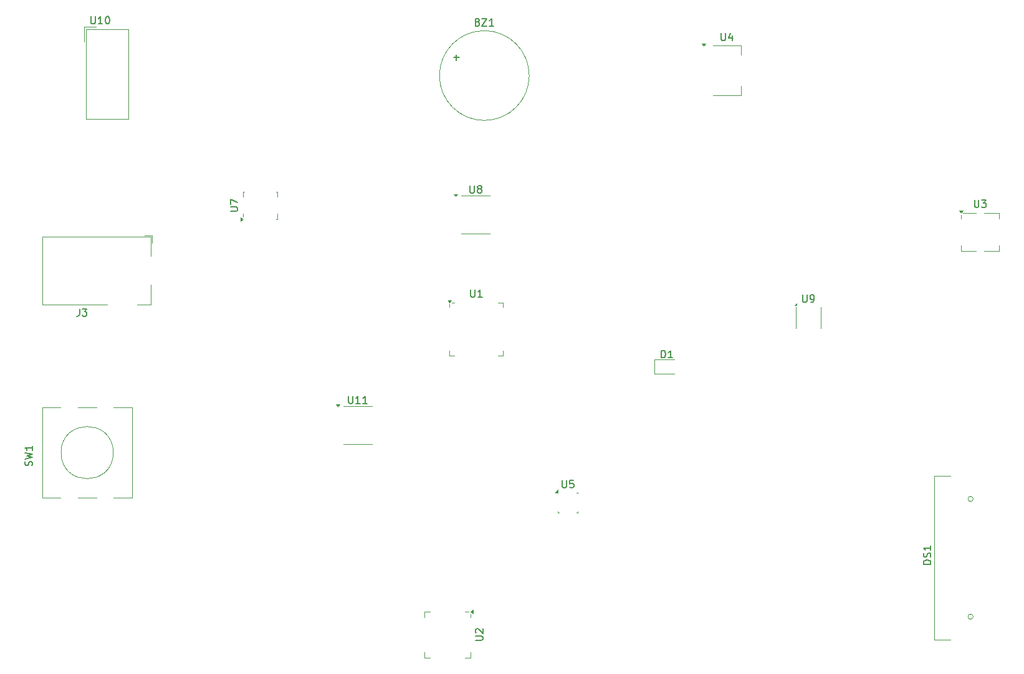
<source format=gbr>
%TF.GenerationSoftware,KiCad,Pcbnew,9.0.0*%
%TF.CreationDate,2025-04-03T13:23:07+05:30*%
%TF.ProjectId,Air Quality Monitor,41697220-5175-4616-9c69-7479204d6f6e,rev?*%
%TF.SameCoordinates,Original*%
%TF.FileFunction,Legend,Top*%
%TF.FilePolarity,Positive*%
%FSLAX46Y46*%
G04 Gerber Fmt 4.6, Leading zero omitted, Abs format (unit mm)*
G04 Created by KiCad (PCBNEW 9.0.0) date 2025-04-03 13:23:07*
%MOMM*%
%LPD*%
G01*
G04 APERTURE LIST*
%ADD10C,0.150000*%
%ADD11C,0.120000*%
%ADD12C,0.100000*%
G04 APERTURE END LIST*
D10*
X138263095Y-78959819D02*
X138263095Y-79769342D01*
X138263095Y-79769342D02*
X138310714Y-79864580D01*
X138310714Y-79864580D02*
X138358333Y-79912200D01*
X138358333Y-79912200D02*
X138453571Y-79959819D01*
X138453571Y-79959819D02*
X138644047Y-79959819D01*
X138644047Y-79959819D02*
X138739285Y-79912200D01*
X138739285Y-79912200D02*
X138786904Y-79864580D01*
X138786904Y-79864580D02*
X138834523Y-79769342D01*
X138834523Y-79769342D02*
X138834523Y-78959819D01*
X139453571Y-79388390D02*
X139358333Y-79340771D01*
X139358333Y-79340771D02*
X139310714Y-79293152D01*
X139310714Y-79293152D02*
X139263095Y-79197914D01*
X139263095Y-79197914D02*
X139263095Y-79150295D01*
X139263095Y-79150295D02*
X139310714Y-79055057D01*
X139310714Y-79055057D02*
X139358333Y-79007438D01*
X139358333Y-79007438D02*
X139453571Y-78959819D01*
X139453571Y-78959819D02*
X139644047Y-78959819D01*
X139644047Y-78959819D02*
X139739285Y-79007438D01*
X139739285Y-79007438D02*
X139786904Y-79055057D01*
X139786904Y-79055057D02*
X139834523Y-79150295D01*
X139834523Y-79150295D02*
X139834523Y-79197914D01*
X139834523Y-79197914D02*
X139786904Y-79293152D01*
X139786904Y-79293152D02*
X139739285Y-79340771D01*
X139739285Y-79340771D02*
X139644047Y-79388390D01*
X139644047Y-79388390D02*
X139453571Y-79388390D01*
X139453571Y-79388390D02*
X139358333Y-79436009D01*
X139358333Y-79436009D02*
X139310714Y-79483628D01*
X139310714Y-79483628D02*
X139263095Y-79578866D01*
X139263095Y-79578866D02*
X139263095Y-79769342D01*
X139263095Y-79769342D02*
X139310714Y-79864580D01*
X139310714Y-79864580D02*
X139358333Y-79912200D01*
X139358333Y-79912200D02*
X139453571Y-79959819D01*
X139453571Y-79959819D02*
X139644047Y-79959819D01*
X139644047Y-79959819D02*
X139739285Y-79912200D01*
X139739285Y-79912200D02*
X139786904Y-79864580D01*
X139786904Y-79864580D02*
X139834523Y-79769342D01*
X139834523Y-79769342D02*
X139834523Y-79578866D01*
X139834523Y-79578866D02*
X139786904Y-79483628D01*
X139786904Y-79483628D02*
X139739285Y-79436009D01*
X139739285Y-79436009D02*
X139644047Y-79388390D01*
X78747200Y-117003332D02*
X78794819Y-116860475D01*
X78794819Y-116860475D02*
X78794819Y-116622380D01*
X78794819Y-116622380D02*
X78747200Y-116527142D01*
X78747200Y-116527142D02*
X78699580Y-116479523D01*
X78699580Y-116479523D02*
X78604342Y-116431904D01*
X78604342Y-116431904D02*
X78509104Y-116431904D01*
X78509104Y-116431904D02*
X78413866Y-116479523D01*
X78413866Y-116479523D02*
X78366247Y-116527142D01*
X78366247Y-116527142D02*
X78318628Y-116622380D01*
X78318628Y-116622380D02*
X78271009Y-116812856D01*
X78271009Y-116812856D02*
X78223390Y-116908094D01*
X78223390Y-116908094D02*
X78175771Y-116955713D01*
X78175771Y-116955713D02*
X78080533Y-117003332D01*
X78080533Y-117003332D02*
X77985295Y-117003332D01*
X77985295Y-117003332D02*
X77890057Y-116955713D01*
X77890057Y-116955713D02*
X77842438Y-116908094D01*
X77842438Y-116908094D02*
X77794819Y-116812856D01*
X77794819Y-116812856D02*
X77794819Y-116574761D01*
X77794819Y-116574761D02*
X77842438Y-116431904D01*
X77794819Y-116098570D02*
X78794819Y-115860475D01*
X78794819Y-115860475D02*
X78080533Y-115669999D01*
X78080533Y-115669999D02*
X78794819Y-115479523D01*
X78794819Y-115479523D02*
X77794819Y-115241428D01*
X78794819Y-114336666D02*
X78794819Y-114908094D01*
X78794819Y-114622380D02*
X77794819Y-114622380D01*
X77794819Y-114622380D02*
X77937676Y-114717618D01*
X77937676Y-114717618D02*
X78032914Y-114812856D01*
X78032914Y-114812856D02*
X78080533Y-114908094D01*
X206788095Y-80924819D02*
X206788095Y-81734342D01*
X206788095Y-81734342D02*
X206835714Y-81829580D01*
X206835714Y-81829580D02*
X206883333Y-81877200D01*
X206883333Y-81877200D02*
X206978571Y-81924819D01*
X206978571Y-81924819D02*
X207169047Y-81924819D01*
X207169047Y-81924819D02*
X207264285Y-81877200D01*
X207264285Y-81877200D02*
X207311904Y-81829580D01*
X207311904Y-81829580D02*
X207359523Y-81734342D01*
X207359523Y-81734342D02*
X207359523Y-80924819D01*
X207740476Y-80924819D02*
X208359523Y-80924819D01*
X208359523Y-80924819D02*
X208026190Y-81305771D01*
X208026190Y-81305771D02*
X208169047Y-81305771D01*
X208169047Y-81305771D02*
X208264285Y-81353390D01*
X208264285Y-81353390D02*
X208311904Y-81401009D01*
X208311904Y-81401009D02*
X208359523Y-81496247D01*
X208359523Y-81496247D02*
X208359523Y-81734342D01*
X208359523Y-81734342D02*
X208311904Y-81829580D01*
X208311904Y-81829580D02*
X208264285Y-81877200D01*
X208264285Y-81877200D02*
X208169047Y-81924819D01*
X208169047Y-81924819D02*
X207883333Y-81924819D01*
X207883333Y-81924819D02*
X207788095Y-81877200D01*
X207788095Y-81877200D02*
X207740476Y-81829580D01*
X105704819Y-82411904D02*
X106514342Y-82411904D01*
X106514342Y-82411904D02*
X106609580Y-82364285D01*
X106609580Y-82364285D02*
X106657200Y-82316666D01*
X106657200Y-82316666D02*
X106704819Y-82221428D01*
X106704819Y-82221428D02*
X106704819Y-82030952D01*
X106704819Y-82030952D02*
X106657200Y-81935714D01*
X106657200Y-81935714D02*
X106609580Y-81888095D01*
X106609580Y-81888095D02*
X106514342Y-81840476D01*
X106514342Y-81840476D02*
X105704819Y-81840476D01*
X105704819Y-81459523D02*
X105704819Y-80792857D01*
X105704819Y-80792857D02*
X106704819Y-81221428D01*
X150778095Y-119014819D02*
X150778095Y-119824342D01*
X150778095Y-119824342D02*
X150825714Y-119919580D01*
X150825714Y-119919580D02*
X150873333Y-119967200D01*
X150873333Y-119967200D02*
X150968571Y-120014819D01*
X150968571Y-120014819D02*
X151159047Y-120014819D01*
X151159047Y-120014819D02*
X151254285Y-119967200D01*
X151254285Y-119967200D02*
X151301904Y-119919580D01*
X151301904Y-119919580D02*
X151349523Y-119824342D01*
X151349523Y-119824342D02*
X151349523Y-119014819D01*
X152301904Y-119014819D02*
X151825714Y-119014819D01*
X151825714Y-119014819D02*
X151778095Y-119491009D01*
X151778095Y-119491009D02*
X151825714Y-119443390D01*
X151825714Y-119443390D02*
X151920952Y-119395771D01*
X151920952Y-119395771D02*
X152159047Y-119395771D01*
X152159047Y-119395771D02*
X152254285Y-119443390D01*
X152254285Y-119443390D02*
X152301904Y-119491009D01*
X152301904Y-119491009D02*
X152349523Y-119586247D01*
X152349523Y-119586247D02*
X152349523Y-119824342D01*
X152349523Y-119824342D02*
X152301904Y-119919580D01*
X152301904Y-119919580D02*
X152254285Y-119967200D01*
X152254285Y-119967200D02*
X152159047Y-120014819D01*
X152159047Y-120014819D02*
X151920952Y-120014819D01*
X151920952Y-120014819D02*
X151825714Y-119967200D01*
X151825714Y-119967200D02*
X151778095Y-119919580D01*
X86761905Y-55954819D02*
X86761905Y-56764342D01*
X86761905Y-56764342D02*
X86809524Y-56859580D01*
X86809524Y-56859580D02*
X86857143Y-56907200D01*
X86857143Y-56907200D02*
X86952381Y-56954819D01*
X86952381Y-56954819D02*
X87142857Y-56954819D01*
X87142857Y-56954819D02*
X87238095Y-56907200D01*
X87238095Y-56907200D02*
X87285714Y-56859580D01*
X87285714Y-56859580D02*
X87333333Y-56764342D01*
X87333333Y-56764342D02*
X87333333Y-55954819D01*
X88333333Y-56954819D02*
X87761905Y-56954819D01*
X88047619Y-56954819D02*
X88047619Y-55954819D01*
X88047619Y-55954819D02*
X87952381Y-56097676D01*
X87952381Y-56097676D02*
X87857143Y-56192914D01*
X87857143Y-56192914D02*
X87761905Y-56240533D01*
X88952381Y-55954819D02*
X89047619Y-55954819D01*
X89047619Y-55954819D02*
X89142857Y-56002438D01*
X89142857Y-56002438D02*
X89190476Y-56050057D01*
X89190476Y-56050057D02*
X89238095Y-56145295D01*
X89238095Y-56145295D02*
X89285714Y-56335771D01*
X89285714Y-56335771D02*
X89285714Y-56573866D01*
X89285714Y-56573866D02*
X89238095Y-56764342D01*
X89238095Y-56764342D02*
X89190476Y-56859580D01*
X89190476Y-56859580D02*
X89142857Y-56907200D01*
X89142857Y-56907200D02*
X89047619Y-56954819D01*
X89047619Y-56954819D02*
X88952381Y-56954819D01*
X88952381Y-56954819D02*
X88857143Y-56907200D01*
X88857143Y-56907200D02*
X88809524Y-56859580D01*
X88809524Y-56859580D02*
X88761905Y-56764342D01*
X88761905Y-56764342D02*
X88714286Y-56573866D01*
X88714286Y-56573866D02*
X88714286Y-56335771D01*
X88714286Y-56335771D02*
X88761905Y-56145295D01*
X88761905Y-56145295D02*
X88809524Y-56050057D01*
X88809524Y-56050057D02*
X88857143Y-56002438D01*
X88857143Y-56002438D02*
X88952381Y-55954819D01*
X139319047Y-56731009D02*
X139461904Y-56778628D01*
X139461904Y-56778628D02*
X139509523Y-56826247D01*
X139509523Y-56826247D02*
X139557142Y-56921485D01*
X139557142Y-56921485D02*
X139557142Y-57064342D01*
X139557142Y-57064342D02*
X139509523Y-57159580D01*
X139509523Y-57159580D02*
X139461904Y-57207200D01*
X139461904Y-57207200D02*
X139366666Y-57254819D01*
X139366666Y-57254819D02*
X138985714Y-57254819D01*
X138985714Y-57254819D02*
X138985714Y-56254819D01*
X138985714Y-56254819D02*
X139319047Y-56254819D01*
X139319047Y-56254819D02*
X139414285Y-56302438D01*
X139414285Y-56302438D02*
X139461904Y-56350057D01*
X139461904Y-56350057D02*
X139509523Y-56445295D01*
X139509523Y-56445295D02*
X139509523Y-56540533D01*
X139509523Y-56540533D02*
X139461904Y-56635771D01*
X139461904Y-56635771D02*
X139414285Y-56683390D01*
X139414285Y-56683390D02*
X139319047Y-56731009D01*
X139319047Y-56731009D02*
X138985714Y-56731009D01*
X139890476Y-56254819D02*
X140557142Y-56254819D01*
X140557142Y-56254819D02*
X139890476Y-57254819D01*
X139890476Y-57254819D02*
X140557142Y-57254819D01*
X141461904Y-57254819D02*
X140890476Y-57254819D01*
X141176190Y-57254819D02*
X141176190Y-56254819D01*
X141176190Y-56254819D02*
X141080952Y-56397676D01*
X141080952Y-56397676D02*
X140985714Y-56492914D01*
X140985714Y-56492914D02*
X140890476Y-56540533D01*
X136009048Y-61533866D02*
X136770953Y-61533866D01*
X136390000Y-61914819D02*
X136390000Y-61152914D01*
X138984819Y-140749404D02*
X139794342Y-140749404D01*
X139794342Y-140749404D02*
X139889580Y-140701785D01*
X139889580Y-140701785D02*
X139937200Y-140654166D01*
X139937200Y-140654166D02*
X139984819Y-140558928D01*
X139984819Y-140558928D02*
X139984819Y-140368452D01*
X139984819Y-140368452D02*
X139937200Y-140273214D01*
X139937200Y-140273214D02*
X139889580Y-140225595D01*
X139889580Y-140225595D02*
X139794342Y-140177976D01*
X139794342Y-140177976D02*
X138984819Y-140177976D01*
X139080057Y-139749404D02*
X139032438Y-139701785D01*
X139032438Y-139701785D02*
X138984819Y-139606547D01*
X138984819Y-139606547D02*
X138984819Y-139368452D01*
X138984819Y-139368452D02*
X139032438Y-139273214D01*
X139032438Y-139273214D02*
X139080057Y-139225595D01*
X139080057Y-139225595D02*
X139175295Y-139177976D01*
X139175295Y-139177976D02*
X139270533Y-139177976D01*
X139270533Y-139177976D02*
X139413390Y-139225595D01*
X139413390Y-139225595D02*
X139984819Y-139797023D01*
X139984819Y-139797023D02*
X139984819Y-139177976D01*
X183438095Y-93817319D02*
X183438095Y-94626842D01*
X183438095Y-94626842D02*
X183485714Y-94722080D01*
X183485714Y-94722080D02*
X183533333Y-94769700D01*
X183533333Y-94769700D02*
X183628571Y-94817319D01*
X183628571Y-94817319D02*
X183819047Y-94817319D01*
X183819047Y-94817319D02*
X183914285Y-94769700D01*
X183914285Y-94769700D02*
X183961904Y-94722080D01*
X183961904Y-94722080D02*
X184009523Y-94626842D01*
X184009523Y-94626842D02*
X184009523Y-93817319D01*
X184533333Y-94817319D02*
X184723809Y-94817319D01*
X184723809Y-94817319D02*
X184819047Y-94769700D01*
X184819047Y-94769700D02*
X184866666Y-94722080D01*
X184866666Y-94722080D02*
X184961904Y-94579223D01*
X184961904Y-94579223D02*
X185009523Y-94388747D01*
X185009523Y-94388747D02*
X185009523Y-94007795D01*
X185009523Y-94007795D02*
X184961904Y-93912557D01*
X184961904Y-93912557D02*
X184914285Y-93864938D01*
X184914285Y-93864938D02*
X184819047Y-93817319D01*
X184819047Y-93817319D02*
X184628571Y-93817319D01*
X184628571Y-93817319D02*
X184533333Y-93864938D01*
X184533333Y-93864938D02*
X184485714Y-93912557D01*
X184485714Y-93912557D02*
X184438095Y-94007795D01*
X184438095Y-94007795D02*
X184438095Y-94245890D01*
X184438095Y-94245890D02*
X184485714Y-94341128D01*
X184485714Y-94341128D02*
X184533333Y-94388747D01*
X184533333Y-94388747D02*
X184628571Y-94436366D01*
X184628571Y-94436366D02*
X184819047Y-94436366D01*
X184819047Y-94436366D02*
X184914285Y-94388747D01*
X184914285Y-94388747D02*
X184961904Y-94341128D01*
X184961904Y-94341128D02*
X185009523Y-94245890D01*
X85216666Y-95704819D02*
X85216666Y-96419104D01*
X85216666Y-96419104D02*
X85169047Y-96561961D01*
X85169047Y-96561961D02*
X85073809Y-96657200D01*
X85073809Y-96657200D02*
X84930952Y-96704819D01*
X84930952Y-96704819D02*
X84835714Y-96704819D01*
X85597619Y-95704819D02*
X86216666Y-95704819D01*
X86216666Y-95704819D02*
X85883333Y-96085771D01*
X85883333Y-96085771D02*
X86026190Y-96085771D01*
X86026190Y-96085771D02*
X86121428Y-96133390D01*
X86121428Y-96133390D02*
X86169047Y-96181009D01*
X86169047Y-96181009D02*
X86216666Y-96276247D01*
X86216666Y-96276247D02*
X86216666Y-96514342D01*
X86216666Y-96514342D02*
X86169047Y-96609580D01*
X86169047Y-96609580D02*
X86121428Y-96657200D01*
X86121428Y-96657200D02*
X86026190Y-96704819D01*
X86026190Y-96704819D02*
X85740476Y-96704819D01*
X85740476Y-96704819D02*
X85645238Y-96657200D01*
X85645238Y-96657200D02*
X85597619Y-96609580D01*
X138338095Y-93104819D02*
X138338095Y-93914342D01*
X138338095Y-93914342D02*
X138385714Y-94009580D01*
X138385714Y-94009580D02*
X138433333Y-94057200D01*
X138433333Y-94057200D02*
X138528571Y-94104819D01*
X138528571Y-94104819D02*
X138719047Y-94104819D01*
X138719047Y-94104819D02*
X138814285Y-94057200D01*
X138814285Y-94057200D02*
X138861904Y-94009580D01*
X138861904Y-94009580D02*
X138909523Y-93914342D01*
X138909523Y-93914342D02*
X138909523Y-93104819D01*
X139909523Y-94104819D02*
X139338095Y-94104819D01*
X139623809Y-94104819D02*
X139623809Y-93104819D01*
X139623809Y-93104819D02*
X139528571Y-93247676D01*
X139528571Y-93247676D02*
X139433333Y-93342914D01*
X139433333Y-93342914D02*
X139338095Y-93390533D01*
X121761905Y-107554819D02*
X121761905Y-108364342D01*
X121761905Y-108364342D02*
X121809524Y-108459580D01*
X121809524Y-108459580D02*
X121857143Y-108507200D01*
X121857143Y-108507200D02*
X121952381Y-108554819D01*
X121952381Y-108554819D02*
X122142857Y-108554819D01*
X122142857Y-108554819D02*
X122238095Y-108507200D01*
X122238095Y-108507200D02*
X122285714Y-108459580D01*
X122285714Y-108459580D02*
X122333333Y-108364342D01*
X122333333Y-108364342D02*
X122333333Y-107554819D01*
X123333333Y-108554819D02*
X122761905Y-108554819D01*
X123047619Y-108554819D02*
X123047619Y-107554819D01*
X123047619Y-107554819D02*
X122952381Y-107697676D01*
X122952381Y-107697676D02*
X122857143Y-107792914D01*
X122857143Y-107792914D02*
X122761905Y-107840533D01*
X124285714Y-108554819D02*
X123714286Y-108554819D01*
X124000000Y-108554819D02*
X124000000Y-107554819D01*
X124000000Y-107554819D02*
X123904762Y-107697676D01*
X123904762Y-107697676D02*
X123809524Y-107792914D01*
X123809524Y-107792914D02*
X123714286Y-107840533D01*
X172388095Y-58254819D02*
X172388095Y-59064342D01*
X172388095Y-59064342D02*
X172435714Y-59159580D01*
X172435714Y-59159580D02*
X172483333Y-59207200D01*
X172483333Y-59207200D02*
X172578571Y-59254819D01*
X172578571Y-59254819D02*
X172769047Y-59254819D01*
X172769047Y-59254819D02*
X172864285Y-59207200D01*
X172864285Y-59207200D02*
X172911904Y-59159580D01*
X172911904Y-59159580D02*
X172959523Y-59064342D01*
X172959523Y-59064342D02*
X172959523Y-58254819D01*
X173864285Y-58588152D02*
X173864285Y-59254819D01*
X173626190Y-58207200D02*
X173388095Y-58921485D01*
X173388095Y-58921485D02*
X174007142Y-58921485D01*
X164256905Y-102369819D02*
X164256905Y-101369819D01*
X164256905Y-101369819D02*
X164495000Y-101369819D01*
X164495000Y-101369819D02*
X164637857Y-101417438D01*
X164637857Y-101417438D02*
X164733095Y-101512676D01*
X164733095Y-101512676D02*
X164780714Y-101607914D01*
X164780714Y-101607914D02*
X164828333Y-101798390D01*
X164828333Y-101798390D02*
X164828333Y-101941247D01*
X164828333Y-101941247D02*
X164780714Y-102131723D01*
X164780714Y-102131723D02*
X164733095Y-102226961D01*
X164733095Y-102226961D02*
X164637857Y-102322200D01*
X164637857Y-102322200D02*
X164495000Y-102369819D01*
X164495000Y-102369819D02*
X164256905Y-102369819D01*
X165780714Y-102369819D02*
X165209286Y-102369819D01*
X165495000Y-102369819D02*
X165495000Y-101369819D01*
X165495000Y-101369819D02*
X165399762Y-101512676D01*
X165399762Y-101512676D02*
X165304524Y-101607914D01*
X165304524Y-101607914D02*
X165209286Y-101655533D01*
X200854819Y-130414285D02*
X199854819Y-130414285D01*
X199854819Y-130414285D02*
X199854819Y-130176190D01*
X199854819Y-130176190D02*
X199902438Y-130033333D01*
X199902438Y-130033333D02*
X199997676Y-129938095D01*
X199997676Y-129938095D02*
X200092914Y-129890476D01*
X200092914Y-129890476D02*
X200283390Y-129842857D01*
X200283390Y-129842857D02*
X200426247Y-129842857D01*
X200426247Y-129842857D02*
X200616723Y-129890476D01*
X200616723Y-129890476D02*
X200711961Y-129938095D01*
X200711961Y-129938095D02*
X200807200Y-130033333D01*
X200807200Y-130033333D02*
X200854819Y-130176190D01*
X200854819Y-130176190D02*
X200854819Y-130414285D01*
X200807200Y-129461904D02*
X200854819Y-129319047D01*
X200854819Y-129319047D02*
X200854819Y-129080952D01*
X200854819Y-129080952D02*
X200807200Y-128985714D01*
X200807200Y-128985714D02*
X200759580Y-128938095D01*
X200759580Y-128938095D02*
X200664342Y-128890476D01*
X200664342Y-128890476D02*
X200569104Y-128890476D01*
X200569104Y-128890476D02*
X200473866Y-128938095D01*
X200473866Y-128938095D02*
X200426247Y-128985714D01*
X200426247Y-128985714D02*
X200378628Y-129080952D01*
X200378628Y-129080952D02*
X200331009Y-129271428D01*
X200331009Y-129271428D02*
X200283390Y-129366666D01*
X200283390Y-129366666D02*
X200235771Y-129414285D01*
X200235771Y-129414285D02*
X200140533Y-129461904D01*
X200140533Y-129461904D02*
X200045295Y-129461904D01*
X200045295Y-129461904D02*
X199950057Y-129414285D01*
X199950057Y-129414285D02*
X199902438Y-129366666D01*
X199902438Y-129366666D02*
X199854819Y-129271428D01*
X199854819Y-129271428D02*
X199854819Y-129033333D01*
X199854819Y-129033333D02*
X199902438Y-128890476D01*
X200854819Y-127938095D02*
X200854819Y-128509523D01*
X200854819Y-128223809D02*
X199854819Y-128223809D01*
X199854819Y-128223809D02*
X199997676Y-128319047D01*
X199997676Y-128319047D02*
X200092914Y-128414285D01*
X200092914Y-128414285D02*
X200140533Y-128509523D01*
D11*
%TO.C,U8*%
X139025000Y-80345000D02*
X137075000Y-80345000D01*
X139025000Y-80345000D02*
X140975000Y-80345000D01*
X139025000Y-85465000D02*
X137075000Y-85465000D01*
X139025000Y-85465000D02*
X140975000Y-85465000D01*
X136325000Y-80440000D02*
X136085000Y-80110000D01*
X136565000Y-80110000D01*
X136325000Y-80440000D01*
G36*
X136325000Y-80440000D02*
G01*
X136085000Y-80110000D01*
X136565000Y-80110000D01*
X136325000Y-80440000D01*
G37*
%TO.C,SW1*%
X80140000Y-109140000D02*
X82650000Y-109140000D01*
X80140000Y-121360000D02*
X80140000Y-109140000D01*
X80140000Y-121360000D02*
X82650000Y-121360000D01*
X84950000Y-109140000D02*
X87550000Y-109140000D01*
X84950000Y-121360000D02*
X87550000Y-121360000D01*
X89850000Y-109140000D02*
X92360000Y-109140000D01*
X89850000Y-121360000D02*
X92360000Y-121360000D01*
X92360000Y-109140000D02*
X92360000Y-121360000D01*
X89800000Y-115250000D02*
G75*
G02*
X82700000Y-115250000I-3550000J0D01*
G01*
X82700000Y-115250000D02*
G75*
G02*
X89800000Y-115250000I3550000J0D01*
G01*
%TO.C,U3*%
X204940000Y-83415000D02*
X204940000Y-82900000D01*
X204940000Y-87880000D02*
X204940000Y-87125000D01*
X206965000Y-82660000D02*
X205240000Y-82660000D01*
X206965000Y-87880000D02*
X204940000Y-87880000D01*
X208135000Y-82660000D02*
X210160000Y-82660000D01*
X208135000Y-87880000D02*
X210160000Y-87880000D01*
X210160000Y-82660000D02*
X210160000Y-83415000D01*
X210160000Y-87880000D02*
X210160000Y-87125000D01*
X204940000Y-82660000D02*
X204700000Y-82330000D01*
X205180000Y-82330000D01*
X204940000Y-82660000D01*
G36*
X204940000Y-82660000D02*
G01*
X204700000Y-82330000D01*
X205180000Y-82330000D01*
X204940000Y-82660000D01*
G37*
%TO.C,U7*%
X107390000Y-79790000D02*
X107620000Y-79790000D01*
X107390000Y-80520000D02*
X107390000Y-79790000D01*
X107390000Y-82780000D02*
X107390000Y-83210000D01*
X111880000Y-79790000D02*
X112110000Y-79790000D01*
X111880000Y-83510000D02*
X112110000Y-83510000D01*
X112110000Y-80520000D02*
X112110000Y-79790000D01*
X112110000Y-83510000D02*
X112110000Y-82780000D01*
X107390000Y-83510000D02*
X107060000Y-83750000D01*
X107060000Y-83270000D01*
X107390000Y-83510000D01*
G36*
X107390000Y-83510000D02*
G01*
X107060000Y-83750000D01*
X107060000Y-83270000D01*
X107390000Y-83510000D01*
G37*
D12*
%TO.C,U5*%
X150175000Y-123375000D02*
X150175000Y-123225000D01*
X150175000Y-123385000D02*
X150325000Y-123385000D01*
X152725000Y-120675000D02*
X152875000Y-120675000D01*
X152875000Y-120675000D02*
X152875000Y-120825000D01*
X152875000Y-123375000D02*
X152725000Y-123375000D01*
X152875000Y-123375000D02*
X152875000Y-123225000D01*
D11*
X150175000Y-120675000D02*
X149815000Y-120675000D01*
X150175000Y-120315000D01*
X150175000Y-120675000D01*
G36*
X150175000Y-120675000D02*
G01*
X149815000Y-120675000D01*
X150175000Y-120315000D01*
X150175000Y-120675000D01*
G37*
%TO.C,U10*%
X85840000Y-57400000D02*
X85840000Y-59400000D01*
X85840000Y-57400000D02*
X87450000Y-57400000D01*
X86120000Y-69940000D02*
X86120000Y-57690000D01*
X86130000Y-57680000D02*
X91870000Y-57680000D01*
X91880000Y-57680000D02*
X91880000Y-69940000D01*
X91880000Y-69940000D02*
X86120000Y-69940000D01*
%TO.C,BZ1*%
X146300000Y-64000000D02*
G75*
G02*
X134100000Y-64000000I-6100000J0D01*
G01*
X134100000Y-64000000D02*
G75*
G02*
X146300000Y-64000000I6100000J0D01*
G01*
%TO.C,U2*%
X132090000Y-136877500D02*
X132840000Y-136877500D01*
X132090000Y-137627500D02*
X132090000Y-136877500D01*
X132090000Y-142347500D02*
X132090000Y-143097500D01*
X132090000Y-143097500D02*
X132840000Y-143097500D01*
X137560000Y-136877500D02*
X138070000Y-136877500D01*
X138310000Y-137627500D02*
X138310000Y-137177500D01*
X138310000Y-142347500D02*
X138310000Y-143097500D01*
X138310000Y-143097500D02*
X137560000Y-143097500D01*
X138640000Y-137117500D02*
X138310000Y-136877500D01*
X138640000Y-136637500D01*
X138640000Y-137117500D01*
G36*
X138640000Y-137117500D02*
G01*
X138310000Y-136877500D01*
X138640000Y-136637500D01*
X138640000Y-137117500D01*
G37*
%TO.C,U9*%
X182490000Y-95452500D02*
X182490000Y-98312500D01*
X185910000Y-95452500D02*
X185910000Y-98312500D01*
X182600000Y-95212500D02*
X182320000Y-95212500D01*
X182600000Y-94932500D01*
X182600000Y-95212500D01*
G36*
X182600000Y-95212500D02*
G01*
X182320000Y-95212500D01*
X182600000Y-94932500D01*
X182600000Y-95212500D01*
G37*
%TO.C,J3*%
X80200000Y-85900000D02*
X94900000Y-85900000D01*
X80200000Y-95100000D02*
X80200000Y-85900000D01*
X89000000Y-95100000D02*
X80200000Y-95100000D01*
X94050000Y-85700000D02*
X95100000Y-85700000D01*
X94900000Y-85900000D02*
X94900000Y-88500000D01*
X94900000Y-92400000D02*
X94900000Y-95100000D01*
X94900000Y-95100000D02*
X93000000Y-95100000D01*
X95100000Y-86750000D02*
X95100000Y-85700000D01*
%TO.C,U1*%
X135490000Y-95490000D02*
X135490000Y-95080000D01*
X135490000Y-102060000D02*
X135490000Y-101410000D01*
X136140000Y-94840000D02*
X135790000Y-94840000D01*
X136140000Y-102060000D02*
X135490000Y-102060000D01*
X142060000Y-94840000D02*
X142710000Y-94840000D01*
X142060000Y-102060000D02*
X142710000Y-102060000D01*
X142710000Y-94840000D02*
X142710000Y-95490000D01*
X142710000Y-102060000D02*
X142710000Y-101410000D01*
X135490000Y-94840000D02*
X135250000Y-94510000D01*
X135730000Y-94510000D01*
X135490000Y-94840000D01*
G36*
X135490000Y-94840000D02*
G01*
X135250000Y-94510000D01*
X135730000Y-94510000D01*
X135490000Y-94840000D01*
G37*
%TO.C,U11*%
X123000000Y-108940000D02*
X121050000Y-108940000D01*
X123000000Y-108940000D02*
X124950000Y-108940000D01*
X123000000Y-114060000D02*
X121050000Y-114060000D01*
X123000000Y-114060000D02*
X124950000Y-114060000D01*
X120300000Y-109035000D02*
X120060000Y-108705000D01*
X120540000Y-108705000D01*
X120300000Y-109035000D01*
G36*
X120300000Y-109035000D02*
G01*
X120060000Y-108705000D01*
X120540000Y-108705000D01*
X120300000Y-109035000D01*
G37*
%TO.C,U4*%
X171300000Y-59890000D02*
X175060000Y-59890000D01*
X171300000Y-66710000D02*
X175060000Y-66710000D01*
X175060000Y-59890000D02*
X175060000Y-61150000D01*
X175060000Y-66710000D02*
X175060000Y-65450000D01*
X170020000Y-59990000D02*
X169780000Y-59660000D01*
X170260000Y-59660000D01*
X170020000Y-59990000D01*
G36*
X170020000Y-59990000D02*
G01*
X169780000Y-59660000D01*
X170260000Y-59660000D01*
X170020000Y-59990000D01*
G37*
%TO.C,D1*%
X163310000Y-102605000D02*
X163310000Y-104525000D01*
X163310000Y-104525000D02*
X165995000Y-104525000D01*
X165995000Y-102605000D02*
X163310000Y-102605000D01*
%TO.C,DS1*%
X201350000Y-118400000D02*
X201350000Y-140700000D01*
X201350000Y-140700000D02*
X203500000Y-140700000D01*
X203500000Y-118400000D02*
X201350000Y-118400000D01*
D12*
X206600000Y-121550000D02*
G75*
G02*
X205900000Y-121550000I-350000J0D01*
G01*
X205900000Y-121550000D02*
G75*
G02*
X206600000Y-121550000I350000J0D01*
G01*
X206600000Y-137550000D02*
G75*
G02*
X205900000Y-137550000I-350000J0D01*
G01*
X205900000Y-137550000D02*
G75*
G02*
X206600000Y-137550000I350000J0D01*
G01*
%TD*%
M02*

</source>
